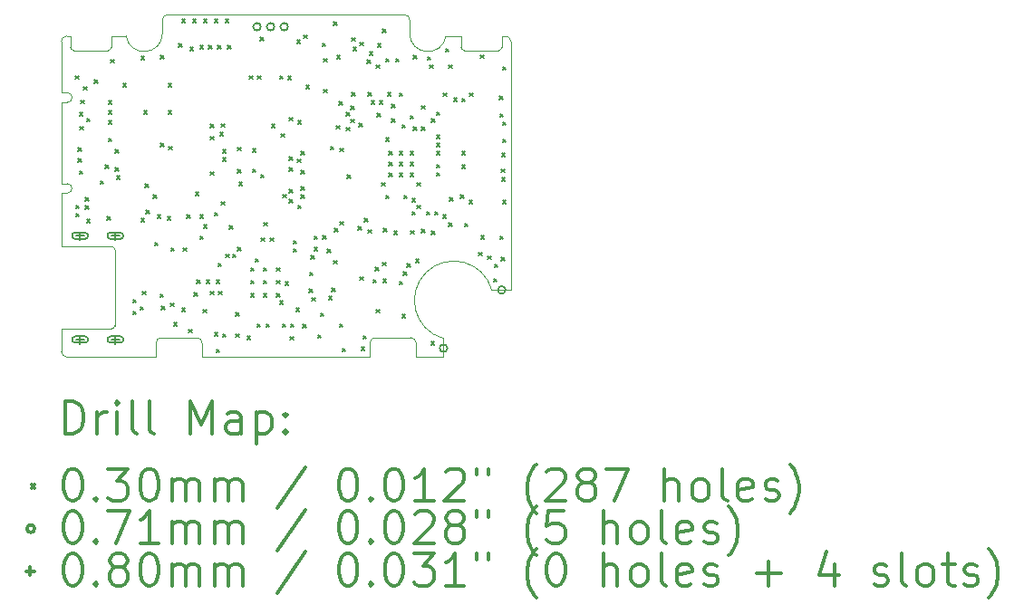
<source format=gbr>
%FSLAX45Y45*%
G04 Gerber Fmt 4.5, Leading zero omitted, Abs format (unit mm)*
G04 Created by KiCad (PCBNEW 5.1.5+dfsg1-2build2) date 2020-11-28 22:40:49*
%MOMM*%
%LPD*%
G04 APERTURE LIST*
%TA.AperFunction,Profile*%
%ADD10C,0.001000*%
%TD*%
%TA.AperFunction,Profile*%
%ADD11C,0.050000*%
%TD*%
%ADD12C,0.200000*%
%ADD13C,0.300000*%
G04 APERTURE END LIST*
D10*
X7620000Y-6090000D02*
X7620000Y-6587300D01*
X7620000Y-5240000D02*
X7620000Y-6000000D01*
X7620000Y-6090000D02*
X7675000Y-6090000D01*
X7675000Y-6090000D02*
G75*
G03X7675000Y-6000000I0J45000D01*
G01*
X7675000Y-6000000D02*
X7620000Y-6000000D01*
X7620000Y-5240000D02*
X7675000Y-5240000D01*
X7675000Y-5240000D02*
G75*
G03X7675000Y-5150000I0J45000D01*
G01*
X7675000Y-5150000D02*
X7620000Y-5150000D01*
X7620000Y-4670000D02*
X7620000Y-5150000D01*
X7670000Y-4620000D02*
G75*
G03X7620000Y-4670000I0J-50000D01*
G01*
X8226867Y-4620000D02*
X8085000Y-4620000D01*
X7705000Y-4620000D02*
X7670000Y-4620000D01*
X8226867Y-4620000D02*
G75*
G03X8565000Y-4595000I168139J25048D01*
G01*
X8565000Y-4595000D02*
X8565000Y-4470000D01*
X8615000Y-4420000D02*
G75*
G03X8565000Y-4470000I0J-50000D01*
G01*
X10825000Y-4420000D02*
X8615000Y-4420000D01*
X10875000Y-4470000D02*
G75*
G03X10825000Y-4420000I-50000J0D01*
G01*
X10875000Y-4470000D02*
X10875000Y-4595000D01*
X10875000Y-4595000D02*
G75*
G03X11213136Y-4620000I169996J48D01*
G01*
X11770000Y-4620000D02*
X11735000Y-4620000D01*
X11355000Y-4620000D02*
X11213136Y-4620000D01*
X11820000Y-4670000D02*
G75*
G03X11770000Y-4620000I-50000J0D01*
G01*
X11820000Y-6995000D02*
X11820000Y-4670000D01*
X10935000Y-7620000D02*
X11190000Y-7620000D01*
X10935000Y-7620000D02*
X10935000Y-7490000D01*
X10935000Y-7490000D02*
G75*
G03X10885000Y-7440000I-50000J0D01*
G01*
X10885000Y-7440000D02*
X10555000Y-7440000D01*
X10555000Y-7440000D02*
G75*
G03X10505000Y-7490000I0J-50000D01*
G01*
X10505000Y-7490000D02*
X10505000Y-7620000D01*
X8935000Y-7620000D02*
X10505000Y-7620000D01*
X8935000Y-7490000D02*
X8935000Y-7620000D01*
X8935000Y-7490000D02*
G75*
G03X8885000Y-7440000I-50000J0D01*
G01*
X8555000Y-7440000D02*
X8885000Y-7440000D01*
X8555000Y-7440000D02*
G75*
G03X8505000Y-7490000I0J-50000D01*
G01*
X8505000Y-7620000D02*
X8505000Y-7490000D01*
X7670000Y-7620000D02*
X8505000Y-7620000D01*
X7620000Y-7570000D02*
G75*
G03X7670000Y-7620000I50000J0D01*
G01*
X7620000Y-7357300D02*
X7620000Y-7570000D01*
X8090000Y-7357300D02*
X7620000Y-7357300D01*
X8090000Y-7357300D02*
G75*
G03X8120000Y-7327300I0J30000D01*
G01*
X8120000Y-6617300D02*
X8120000Y-7327300D01*
X8120000Y-6617300D02*
G75*
G03X8090000Y-6587300I-30000J0D01*
G01*
X7620000Y-6587300D02*
X8090000Y-6587300D01*
D11*
X11190000Y-7620000D02*
X11190000Y-7447000D01*
D10*
X11642000Y-6995000D02*
X11820000Y-6995000D01*
D11*
X11642000Y-6995000D02*
G75*
G03X11190000Y-7447000I-355000J-97000D01*
G01*
X11355000Y-4620000D02*
X11355000Y-4725000D01*
X11385000Y-4755000D02*
G75*
G02X11355000Y-4725000I0J30000D01*
G01*
X11385000Y-4755000D02*
X11705000Y-4755000D01*
X11735000Y-4725000D02*
G75*
G02X11705000Y-4755000I-30000J0D01*
G01*
X11735000Y-4725000D02*
X11735000Y-4620000D01*
X7705000Y-4620000D02*
X7705000Y-4725000D01*
X7735000Y-4755000D02*
G75*
G02X7705000Y-4725000I0J30000D01*
G01*
X7735000Y-4755000D02*
X8055000Y-4755000D01*
X8085000Y-4725000D02*
G75*
G02X8055000Y-4755000I-30000J0D01*
G01*
X8085000Y-4725000D02*
X8085000Y-4620000D01*
D12*
X7752080Y-4991100D02*
X7782560Y-5021580D01*
X7782560Y-4991100D02*
X7752080Y-5021580D01*
X7757160Y-6202680D02*
X7787640Y-6233160D01*
X7787640Y-6202680D02*
X7757160Y-6233160D01*
X7757160Y-6278880D02*
X7787640Y-6309360D01*
X7787640Y-6278880D02*
X7757160Y-6309360D01*
X7777480Y-5664200D02*
X7807960Y-5694680D01*
X7807960Y-5664200D02*
X7777480Y-5694680D01*
X7777480Y-5765800D02*
X7807960Y-5796280D01*
X7807960Y-5765800D02*
X7777480Y-5796280D01*
X7790180Y-5334000D02*
X7820660Y-5364480D01*
X7820660Y-5334000D02*
X7790180Y-5364480D01*
X7790180Y-5880100D02*
X7820660Y-5910580D01*
X7820660Y-5880100D02*
X7790180Y-5910580D01*
X7792720Y-5466080D02*
X7823200Y-5496560D01*
X7823200Y-5466080D02*
X7792720Y-5496560D01*
X7802880Y-5219700D02*
X7833360Y-5250180D01*
X7833360Y-5219700D02*
X7802880Y-5250180D01*
X7828280Y-5092700D02*
X7858760Y-5123180D01*
X7858760Y-5092700D02*
X7828280Y-5123180D01*
X7846060Y-6129020D02*
X7876540Y-6159500D01*
X7876540Y-6129020D02*
X7846060Y-6159500D01*
X7846060Y-6205220D02*
X7876540Y-6235700D01*
X7876540Y-6205220D02*
X7846060Y-6235700D01*
X7856220Y-5389880D02*
X7886700Y-5420360D01*
X7886700Y-5389880D02*
X7856220Y-5420360D01*
X7858760Y-6334760D02*
X7889240Y-6365240D01*
X7889240Y-6334760D02*
X7858760Y-6365240D01*
X7929880Y-5029200D02*
X7960360Y-5059680D01*
X7960360Y-5029200D02*
X7929880Y-5059680D01*
X7985760Y-5974080D02*
X8016240Y-6004560D01*
X8016240Y-5974080D02*
X7985760Y-6004560D01*
X8031480Y-5824220D02*
X8061960Y-5854700D01*
X8061960Y-5824220D02*
X8031480Y-5854700D01*
X8049260Y-6309360D02*
X8079740Y-6339840D01*
X8079740Y-6309360D02*
X8049260Y-6339840D01*
X8061960Y-5227320D02*
X8092440Y-5257800D01*
X8092440Y-5227320D02*
X8061960Y-5257800D01*
X8061960Y-5318760D02*
X8092440Y-5349240D01*
X8092440Y-5318760D02*
X8061960Y-5349240D01*
X8061960Y-5410200D02*
X8092440Y-5440680D01*
X8092440Y-5410200D02*
X8061960Y-5440680D01*
X8061960Y-5577840D02*
X8092440Y-5608320D01*
X8092440Y-5577840D02*
X8061960Y-5608320D01*
X8082280Y-4838700D02*
X8112760Y-4869180D01*
X8112760Y-4838700D02*
X8082280Y-4869180D01*
X8122920Y-5684520D02*
X8153400Y-5715000D01*
X8153400Y-5684520D02*
X8122920Y-5715000D01*
X8122920Y-5852160D02*
X8153400Y-5882640D01*
X8153400Y-5852160D02*
X8122920Y-5882640D01*
X8138160Y-5928360D02*
X8168640Y-5958840D01*
X8168640Y-5928360D02*
X8138160Y-5958840D01*
X8196580Y-5064760D02*
X8227060Y-5095240D01*
X8227060Y-5064760D02*
X8196580Y-5095240D01*
X8290560Y-7084060D02*
X8321040Y-7114540D01*
X8321040Y-7084060D02*
X8290560Y-7114540D01*
X8290560Y-7193280D02*
X8321040Y-7223760D01*
X8321040Y-7193280D02*
X8290560Y-7223760D01*
X8356600Y-7152640D02*
X8387080Y-7183120D01*
X8387080Y-7152640D02*
X8356600Y-7183120D01*
X8366760Y-4810760D02*
X8397240Y-4841240D01*
X8397240Y-4810760D02*
X8366760Y-4841240D01*
X8366760Y-6324600D02*
X8397240Y-6355080D01*
X8397240Y-6324600D02*
X8366760Y-6355080D01*
X8379460Y-7007860D02*
X8409940Y-7038340D01*
X8409940Y-7007860D02*
X8379460Y-7038340D01*
X8392160Y-5318760D02*
X8422640Y-5349240D01*
X8422640Y-5318760D02*
X8392160Y-5349240D01*
X8404860Y-6004560D02*
X8435340Y-6035040D01*
X8435340Y-6004560D02*
X8404860Y-6035040D01*
X8412480Y-6248400D02*
X8442960Y-6278880D01*
X8442960Y-6248400D02*
X8412480Y-6278880D01*
X8481060Y-6106160D02*
X8511540Y-6136640D01*
X8511540Y-6106160D02*
X8481060Y-6136640D01*
X8493760Y-6550660D02*
X8524240Y-6581140D01*
X8524240Y-6550660D02*
X8493760Y-6581140D01*
X8519160Y-6294120D02*
X8549640Y-6324600D01*
X8549640Y-6294120D02*
X8519160Y-6324600D01*
X8544560Y-7033260D02*
X8575040Y-7063740D01*
X8575040Y-7033260D02*
X8544560Y-7063740D01*
X8549640Y-4800600D02*
X8580120Y-4831080D01*
X8580120Y-4800600D02*
X8549640Y-4831080D01*
X8549640Y-5623560D02*
X8580120Y-5654040D01*
X8580120Y-5623560D02*
X8549640Y-5654040D01*
X8557260Y-7147560D02*
X8587740Y-7178040D01*
X8587740Y-7147560D02*
X8557260Y-7178040D01*
X8610600Y-6309360D02*
X8641080Y-6339840D01*
X8641080Y-6309360D02*
X8610600Y-6339840D01*
X8620760Y-5064760D02*
X8651240Y-5095240D01*
X8651240Y-5064760D02*
X8620760Y-5095240D01*
X8620760Y-5318760D02*
X8651240Y-5349240D01*
X8651240Y-5318760D02*
X8620760Y-5349240D01*
X8625840Y-5654040D02*
X8656320Y-5684520D01*
X8656320Y-5654040D02*
X8625840Y-5684520D01*
X8641080Y-7117080D02*
X8671560Y-7147560D01*
X8671560Y-7117080D02*
X8641080Y-7147560D01*
X8646160Y-6601460D02*
X8676640Y-6631940D01*
X8676640Y-6601460D02*
X8646160Y-6631940D01*
X8671560Y-7299960D02*
X8702040Y-7330440D01*
X8702040Y-7299960D02*
X8671560Y-7330440D01*
X8717280Y-4693920D02*
X8747760Y-4724400D01*
X8747760Y-4693920D02*
X8717280Y-4724400D01*
X8747760Y-4465320D02*
X8778240Y-4495800D01*
X8778240Y-4465320D02*
X8747760Y-4495800D01*
X8747760Y-7162800D02*
X8778240Y-7193280D01*
X8778240Y-7162800D02*
X8747760Y-7193280D01*
X8760460Y-6601460D02*
X8790940Y-6631940D01*
X8790940Y-6601460D02*
X8760460Y-6631940D01*
X8793480Y-6294120D02*
X8823960Y-6324600D01*
X8823960Y-6294120D02*
X8793480Y-6324600D01*
X8811260Y-7363460D02*
X8841740Y-7393940D01*
X8841740Y-7363460D02*
X8811260Y-7393940D01*
X8823960Y-4724400D02*
X8854440Y-4754880D01*
X8854440Y-4724400D02*
X8823960Y-4754880D01*
X8849360Y-4465320D02*
X8879840Y-4495800D01*
X8879840Y-4465320D02*
X8849360Y-4495800D01*
X8862060Y-7020560D02*
X8892540Y-7051040D01*
X8892540Y-7020560D02*
X8862060Y-7051040D01*
X8874760Y-6080760D02*
X8905240Y-6111240D01*
X8905240Y-6080760D02*
X8874760Y-6111240D01*
X8884920Y-6903720D02*
X8915400Y-6934200D01*
X8915400Y-6903720D02*
X8884920Y-6934200D01*
X8915400Y-4709160D02*
X8945880Y-4739640D01*
X8945880Y-4709160D02*
X8915400Y-4739640D01*
X8915400Y-6294120D02*
X8945880Y-6324600D01*
X8945880Y-6294120D02*
X8915400Y-6324600D01*
X8915400Y-6492240D02*
X8945880Y-6522720D01*
X8945880Y-6492240D02*
X8915400Y-6522720D01*
X8945880Y-7178040D02*
X8976360Y-7208520D01*
X8976360Y-7178040D02*
X8945880Y-7208520D01*
X8950960Y-4465320D02*
X8981440Y-4495800D01*
X8981440Y-4465320D02*
X8950960Y-4495800D01*
X8950960Y-6385560D02*
X8981440Y-6416040D01*
X8981440Y-6385560D02*
X8950960Y-6416040D01*
X8976360Y-6903720D02*
X9006840Y-6934200D01*
X9006840Y-6903720D02*
X8976360Y-6934200D01*
X8996680Y-4709160D02*
X9027160Y-4739640D01*
X9027160Y-4709160D02*
X8996680Y-4739640D01*
X9014460Y-5445760D02*
X9044940Y-5476240D01*
X9044940Y-5445760D02*
X9014460Y-5476240D01*
X9014460Y-5560060D02*
X9044940Y-5590540D01*
X9044940Y-5560060D02*
X9014460Y-5590540D01*
X9014460Y-5890260D02*
X9044940Y-5920740D01*
X9044940Y-5890260D02*
X9014460Y-5920740D01*
X9014460Y-7007860D02*
X9044940Y-7038340D01*
X9044940Y-7007860D02*
X9014460Y-7038340D01*
X9052560Y-4465320D02*
X9083040Y-4495800D01*
X9083040Y-4465320D02*
X9052560Y-4495800D01*
X9052560Y-6271260D02*
X9083040Y-6301740D01*
X9083040Y-6271260D02*
X9052560Y-6301740D01*
X9052560Y-7391400D02*
X9083040Y-7421880D01*
X9083040Y-7391400D02*
X9052560Y-7421880D01*
X9067800Y-6903720D02*
X9098280Y-6934200D01*
X9098280Y-6903720D02*
X9067800Y-6934200D01*
X9067800Y-7548880D02*
X9098280Y-7579360D01*
X9098280Y-7548880D02*
X9067800Y-7579360D01*
X9083040Y-4709160D02*
X9113520Y-4739640D01*
X9113520Y-4709160D02*
X9083040Y-4739640D01*
X9085580Y-6746240D02*
X9116060Y-6776720D01*
X9116060Y-6746240D02*
X9085580Y-6776720D01*
X9090660Y-7007860D02*
X9121140Y-7038340D01*
X9121140Y-7007860D02*
X9090660Y-7038340D01*
X9103360Y-5521960D02*
X9133840Y-5552440D01*
X9133840Y-5521960D02*
X9103360Y-5552440D01*
X9113520Y-5440680D02*
X9144000Y-5471160D01*
X9144000Y-5440680D02*
X9113520Y-5471160D01*
X9116060Y-6169660D02*
X9146540Y-6200140D01*
X9146540Y-6169660D02*
X9116060Y-6200140D01*
X9128760Y-5681980D02*
X9159240Y-5712460D01*
X9159240Y-5681980D02*
X9128760Y-5712460D01*
X9128760Y-5760720D02*
X9159240Y-5791200D01*
X9159240Y-5760720D02*
X9128760Y-5791200D01*
X9128760Y-7404100D02*
X9159240Y-7434580D01*
X9159240Y-7404100D02*
X9128760Y-7434580D01*
X9154160Y-4465320D02*
X9184640Y-4495800D01*
X9184640Y-4465320D02*
X9154160Y-4495800D01*
X9159240Y-6659880D02*
X9189720Y-6690360D01*
X9189720Y-6659880D02*
X9159240Y-6690360D01*
X9174480Y-4709160D02*
X9204960Y-4739640D01*
X9204960Y-4709160D02*
X9174480Y-4739640D01*
X9189720Y-6393180D02*
X9220200Y-6423660D01*
X9220200Y-6393180D02*
X9189720Y-6423660D01*
X9220200Y-6659880D02*
X9250680Y-6690360D01*
X9250680Y-6659880D02*
X9220200Y-6690360D01*
X9250680Y-7208520D02*
X9281160Y-7239000D01*
X9281160Y-7208520D02*
X9250680Y-7239000D01*
X9250680Y-7406640D02*
X9281160Y-7437120D01*
X9281160Y-7406640D02*
X9250680Y-7437120D01*
X9265920Y-5867400D02*
X9296400Y-5897880D01*
X9296400Y-5867400D02*
X9265920Y-5897880D01*
X9265920Y-6598920D02*
X9296400Y-6629400D01*
X9296400Y-6598920D02*
X9265920Y-6629400D01*
X9268460Y-5661660D02*
X9298940Y-5692140D01*
X9298940Y-5661660D02*
X9268460Y-5692140D01*
X9281160Y-5989320D02*
X9311640Y-6019800D01*
X9311640Y-5989320D02*
X9281160Y-6019800D01*
X9357360Y-7426960D02*
X9387840Y-7457440D01*
X9387840Y-7426960D02*
X9357360Y-7457440D01*
X9377680Y-4993640D02*
X9408160Y-5024120D01*
X9408160Y-4993640D02*
X9377680Y-5024120D01*
X9408160Y-5674360D02*
X9438640Y-5704840D01*
X9438640Y-5674360D02*
X9408160Y-5704840D01*
X9408160Y-5864860D02*
X9438640Y-5895340D01*
X9438640Y-5864860D02*
X9408160Y-5895340D01*
X9433560Y-6703060D02*
X9464040Y-6733540D01*
X9464040Y-6703060D02*
X9433560Y-6733540D01*
X9448800Y-7312660D02*
X9479280Y-7343140D01*
X9479280Y-7312660D02*
X9448800Y-7343140D01*
X9453880Y-4993640D02*
X9484360Y-5024120D01*
X9484360Y-4993640D02*
X9453880Y-5024120D01*
X9479280Y-4632960D02*
X9509760Y-4663440D01*
X9509760Y-4632960D02*
X9479280Y-4663440D01*
X9484360Y-5915660D02*
X9514840Y-5946140D01*
X9514840Y-5915660D02*
X9484360Y-5946140D01*
X9489440Y-6507480D02*
X9519920Y-6537960D01*
X9519920Y-6507480D02*
X9489440Y-6537960D01*
X9512300Y-6362700D02*
X9542780Y-6393180D01*
X9542780Y-6362700D02*
X9512300Y-6393180D01*
X9535160Y-7312660D02*
X9565640Y-7343140D01*
X9565640Y-7312660D02*
X9535160Y-7343140D01*
X9570720Y-6507480D02*
X9601200Y-6537960D01*
X9601200Y-6507480D02*
X9570720Y-6537960D01*
X9585960Y-5445760D02*
X9616440Y-5476240D01*
X9616440Y-5445760D02*
X9585960Y-5476240D01*
X9662160Y-4991100D02*
X9692640Y-5021580D01*
X9692640Y-4991100D02*
X9662160Y-5021580D01*
X9662160Y-7096760D02*
X9692640Y-7127240D01*
X9692640Y-7096760D02*
X9662160Y-7127240D01*
X9674860Y-5534660D02*
X9705340Y-5565140D01*
X9705340Y-5534660D02*
X9674860Y-5565140D01*
X9687560Y-7312660D02*
X9718040Y-7343140D01*
X9718040Y-7312660D02*
X9687560Y-7343140D01*
X9690100Y-6101080D02*
X9720580Y-6131560D01*
X9720580Y-6101080D02*
X9690100Y-6131560D01*
X9712960Y-6918960D02*
X9743440Y-6949440D01*
X9743440Y-6918960D02*
X9712960Y-6949440D01*
X9738360Y-4998720D02*
X9768840Y-5029200D01*
X9768840Y-4998720D02*
X9738360Y-5029200D01*
X9751060Y-5382260D02*
X9781540Y-5412740D01*
X9781540Y-5382260D02*
X9751060Y-5412740D01*
X9751060Y-5750560D02*
X9781540Y-5781040D01*
X9781540Y-5750560D02*
X9751060Y-5781040D01*
X9751060Y-5852160D02*
X9781540Y-5882640D01*
X9781540Y-5852160D02*
X9751060Y-5882640D01*
X9751060Y-6055360D02*
X9781540Y-6085840D01*
X9781540Y-6055360D02*
X9751060Y-6085840D01*
X9751060Y-6146800D02*
X9781540Y-6177280D01*
X9781540Y-6146800D02*
X9751060Y-6177280D01*
X9758680Y-7429500D02*
X9789160Y-7459980D01*
X9789160Y-7429500D02*
X9758680Y-7459980D01*
X9763760Y-7312660D02*
X9794240Y-7343140D01*
X9794240Y-7312660D02*
X9763760Y-7343140D01*
X9789160Y-6532880D02*
X9819640Y-6563360D01*
X9819640Y-6532880D02*
X9789160Y-6563360D01*
X9789160Y-6609080D02*
X9819640Y-6639560D01*
X9819640Y-6609080D02*
X9789160Y-6639560D01*
X9814560Y-7162800D02*
X9845040Y-7193280D01*
X9845040Y-7162800D02*
X9814560Y-7193280D01*
X9822180Y-4655820D02*
X9852660Y-4686300D01*
X9852660Y-4655820D02*
X9822180Y-4686300D01*
X9827260Y-5770880D02*
X9857740Y-5801360D01*
X9857740Y-5770880D02*
X9827260Y-5801360D01*
X9829800Y-5410200D02*
X9860280Y-5440680D01*
X9860280Y-5410200D02*
X9829800Y-5440680D01*
X9829800Y-6202680D02*
X9860280Y-6233160D01*
X9860280Y-6202680D02*
X9829800Y-6233160D01*
X9857740Y-6106160D02*
X9888220Y-6136640D01*
X9888220Y-6106160D02*
X9857740Y-6136640D01*
X9860280Y-5699760D02*
X9890760Y-5730240D01*
X9890760Y-5699760D02*
X9860280Y-5730240D01*
X9860280Y-5875020D02*
X9890760Y-5905500D01*
X9890760Y-5875020D02*
X9860280Y-5905500D01*
X9860280Y-6027420D02*
X9890760Y-6057900D01*
X9890760Y-6027420D02*
X9860280Y-6057900D01*
X9875520Y-7315200D02*
X9906000Y-7345680D01*
X9906000Y-7315200D02*
X9875520Y-7345680D01*
X9883140Y-4610100D02*
X9913620Y-4640580D01*
X9913620Y-4610100D02*
X9883140Y-4640580D01*
X9906000Y-5082540D02*
X9936480Y-5113020D01*
X9936480Y-5082540D02*
X9906000Y-5113020D01*
X9936480Y-6987540D02*
X9966960Y-7018020D01*
X9966960Y-6987540D02*
X9936480Y-7018020D01*
X9939020Y-6830060D02*
X9969500Y-6860540D01*
X9969500Y-6830060D02*
X9939020Y-6860540D01*
X9951720Y-6675120D02*
X9982200Y-6705600D01*
X9982200Y-6675120D02*
X9951720Y-6705600D01*
X9959340Y-7066280D02*
X9989820Y-7096760D01*
X9989820Y-7066280D02*
X9959340Y-7096760D01*
X9982200Y-6492240D02*
X10012680Y-6522720D01*
X10012680Y-6492240D02*
X9982200Y-6522720D01*
X9982200Y-6598920D02*
X10012680Y-6629400D01*
X10012680Y-6598920D02*
X9982200Y-6629400D01*
X10017760Y-7414260D02*
X10048240Y-7444740D01*
X10048240Y-7414260D02*
X10017760Y-7444740D01*
X10043160Y-7211060D02*
X10073640Y-7241540D01*
X10073640Y-7211060D02*
X10043160Y-7241540D01*
X10058400Y-4686300D02*
X10088880Y-4716780D01*
X10088880Y-4686300D02*
X10058400Y-4716780D01*
X10060940Y-6487160D02*
X10091420Y-6517640D01*
X10091420Y-6487160D02*
X10060940Y-6517640D01*
X10073640Y-4831080D02*
X10104120Y-4861560D01*
X10104120Y-4831080D02*
X10073640Y-4861560D01*
X10073640Y-5120640D02*
X10104120Y-5151120D01*
X10104120Y-5120640D02*
X10073640Y-5151120D01*
X10104120Y-6614160D02*
X10134600Y-6644640D01*
X10134600Y-6614160D02*
X10104120Y-6644640D01*
X10119360Y-7056120D02*
X10149840Y-7086600D01*
X10149840Y-7056120D02*
X10119360Y-7086600D01*
X10134600Y-5654040D02*
X10165080Y-5684520D01*
X10165080Y-5654040D02*
X10134600Y-5684520D01*
X10149840Y-6979920D02*
X10180320Y-7010400D01*
X10180320Y-6979920D02*
X10149840Y-7010400D01*
X10165080Y-4488180D02*
X10195560Y-4518660D01*
X10195560Y-4488180D02*
X10165080Y-4518660D01*
X10165080Y-6720840D02*
X10195560Y-6751320D01*
X10195560Y-6720840D02*
X10165080Y-6751320D01*
X10172700Y-6418580D02*
X10203180Y-6449060D01*
X10203180Y-6418580D02*
X10172700Y-6449060D01*
X10190480Y-5458460D02*
X10220960Y-5488940D01*
X10220960Y-5458460D02*
X10190480Y-5488940D01*
X10195560Y-4800600D02*
X10226040Y-4831080D01*
X10226040Y-4800600D02*
X10195560Y-4831080D01*
X10213340Y-5232400D02*
X10243820Y-5262880D01*
X10243820Y-5232400D02*
X10213340Y-5262880D01*
X10220960Y-7312660D02*
X10251440Y-7343140D01*
X10251440Y-7312660D02*
X10220960Y-7343140D01*
X10223500Y-6355080D02*
X10253980Y-6385560D01*
X10253980Y-6355080D02*
X10223500Y-6385560D01*
X10226040Y-5669280D02*
X10256520Y-5699760D01*
X10256520Y-5669280D02*
X10226040Y-5699760D01*
X10246360Y-7541260D02*
X10276840Y-7571740D01*
X10276840Y-7541260D02*
X10246360Y-7571740D01*
X10281920Y-5336540D02*
X10312400Y-5367020D01*
X10312400Y-5336540D02*
X10281920Y-5367020D01*
X10281920Y-5473700D02*
X10312400Y-5504180D01*
X10312400Y-5473700D02*
X10281920Y-5504180D01*
X10289540Y-5918200D02*
X10320020Y-5948680D01*
X10320020Y-5918200D02*
X10289540Y-5948680D01*
X10327640Y-5275580D02*
X10358120Y-5306060D01*
X10358120Y-5275580D02*
X10327640Y-5306060D01*
X10327640Y-5397500D02*
X10358120Y-5427980D01*
X10358120Y-5397500D02*
X10327640Y-5427980D01*
X10332720Y-4635500D02*
X10363200Y-4665980D01*
X10363200Y-4635500D02*
X10332720Y-4665980D01*
X10332720Y-5151120D02*
X10363200Y-5181600D01*
X10363200Y-5151120D02*
X10332720Y-5181600D01*
X10347960Y-4724400D02*
X10378440Y-4754880D01*
X10378440Y-4724400D02*
X10347960Y-4754880D01*
X10393680Y-6400800D02*
X10424160Y-6431280D01*
X10424160Y-6400800D02*
X10393680Y-6431280D01*
X10403840Y-5438140D02*
X10434320Y-5468620D01*
X10434320Y-5438140D02*
X10403840Y-5468620D01*
X10408920Y-4678680D02*
X10439400Y-4709160D01*
X10439400Y-4678680D02*
X10408920Y-4709160D01*
X10408920Y-6873240D02*
X10439400Y-6903720D01*
X10439400Y-6873240D02*
X10408920Y-6903720D01*
X10424160Y-7528560D02*
X10454640Y-7559040D01*
X10454640Y-7528560D02*
X10424160Y-7559040D01*
X10439400Y-7421880D02*
X10469880Y-7452360D01*
X10469880Y-7421880D02*
X10439400Y-7452360D01*
X10454640Y-6324600D02*
X10485120Y-6355080D01*
X10485120Y-6324600D02*
X10454640Y-6355080D01*
X10477500Y-4846320D02*
X10507980Y-4876800D01*
X10507980Y-4846320D02*
X10477500Y-4876800D01*
X10485120Y-5151120D02*
X10515600Y-5181600D01*
X10515600Y-5151120D02*
X10485120Y-5181600D01*
X10485120Y-6431280D02*
X10515600Y-6461760D01*
X10515600Y-6431280D02*
X10485120Y-6461760D01*
X10500360Y-4770120D02*
X10530840Y-4800600D01*
X10530840Y-4770120D02*
X10500360Y-4800600D01*
X10515600Y-5227320D02*
X10546080Y-5257800D01*
X10546080Y-5227320D02*
X10515600Y-5257800D01*
X10533380Y-6896100D02*
X10563860Y-6926580D01*
X10563860Y-6896100D02*
X10533380Y-6926580D01*
X10556240Y-6781800D02*
X10586720Y-6812280D01*
X10586720Y-6781800D02*
X10556240Y-6812280D01*
X10561320Y-4892040D02*
X10591800Y-4922520D01*
X10591800Y-4892040D02*
X10561320Y-4922520D01*
X10561320Y-7178040D02*
X10591800Y-7208520D01*
X10591800Y-7178040D02*
X10561320Y-7208520D01*
X10568940Y-5344160D02*
X10599420Y-5374640D01*
X10599420Y-5344160D02*
X10568940Y-5374640D01*
X10576560Y-4693920D02*
X10607040Y-4724400D01*
X10607040Y-4693920D02*
X10576560Y-4724400D01*
X10591800Y-5227320D02*
X10622280Y-5257800D01*
X10622280Y-5227320D02*
X10591800Y-5257800D01*
X10614660Y-5991860D02*
X10645140Y-6022340D01*
X10645140Y-5991860D02*
X10614660Y-6022340D01*
X10622280Y-4556760D02*
X10652760Y-4587240D01*
X10652760Y-4556760D02*
X10622280Y-4587240D01*
X10622280Y-6736080D02*
X10652760Y-6766560D01*
X10652760Y-6736080D02*
X10622280Y-6766560D01*
X10627360Y-6893560D02*
X10657840Y-6924040D01*
X10657840Y-6893560D02*
X10627360Y-6924040D01*
X10632440Y-6418580D02*
X10662920Y-6449060D01*
X10662920Y-6418580D02*
X10632440Y-6449060D01*
X10652760Y-4831080D02*
X10683240Y-4861560D01*
X10683240Y-4831080D02*
X10652760Y-4861560D01*
X10652760Y-5572760D02*
X10683240Y-5603240D01*
X10683240Y-5572760D02*
X10652760Y-5603240D01*
X10652760Y-6111240D02*
X10683240Y-6141720D01*
X10683240Y-6111240D02*
X10652760Y-6141720D01*
X10668000Y-5151120D02*
X10698480Y-5181600D01*
X10698480Y-5151120D02*
X10668000Y-5181600D01*
X10706100Y-5257800D02*
X10736580Y-5288280D01*
X10736580Y-5257800D02*
X10706100Y-5288280D01*
X10706100Y-5394960D02*
X10736580Y-5425440D01*
X10736580Y-5394960D02*
X10706100Y-5425440D01*
X10728960Y-6446520D02*
X10759440Y-6477000D01*
X10759440Y-6446520D02*
X10728960Y-6477000D01*
X10744200Y-4831080D02*
X10774680Y-4861560D01*
X10774680Y-4831080D02*
X10744200Y-4861560D01*
X10777220Y-5153660D02*
X10807700Y-5184140D01*
X10807700Y-5153660D02*
X10777220Y-5184140D01*
X10779760Y-6913880D02*
X10810240Y-6944360D01*
X10810240Y-6913880D02*
X10779760Y-6944360D01*
X10805160Y-5448300D02*
X10835640Y-5478780D01*
X10835640Y-5448300D02*
X10805160Y-5478780D01*
X10805160Y-7223760D02*
X10835640Y-7254240D01*
X10835640Y-7223760D02*
X10805160Y-7254240D01*
X10817860Y-6827520D02*
X10848340Y-6858000D01*
X10848340Y-6827520D02*
X10817860Y-6858000D01*
X10820400Y-6111240D02*
X10850880Y-6141720D01*
X10850880Y-6111240D02*
X10820400Y-6141720D01*
X10850880Y-6751320D02*
X10881360Y-6781800D01*
X10881360Y-6751320D02*
X10850880Y-6781800D01*
X10881360Y-5364480D02*
X10911840Y-5394960D01*
X10911840Y-5364480D02*
X10881360Y-5394960D01*
X10886440Y-6438900D02*
X10916920Y-6469380D01*
X10916920Y-6438900D02*
X10886440Y-6469380D01*
X10896600Y-6141720D02*
X10927080Y-6172200D01*
X10927080Y-6141720D02*
X10896600Y-6172200D01*
X10896600Y-6263640D02*
X10927080Y-6294120D01*
X10927080Y-6263640D02*
X10896600Y-6294120D01*
X10911840Y-4800600D02*
X10942320Y-4831080D01*
X10942320Y-4800600D02*
X10911840Y-4831080D01*
X10911840Y-5471160D02*
X10942320Y-5501640D01*
X10942320Y-5471160D02*
X10911840Y-5501640D01*
X10929620Y-6708140D02*
X10960100Y-6738620D01*
X10960100Y-6708140D02*
X10929620Y-6738620D01*
X10942320Y-6202680D02*
X10972800Y-6233160D01*
X10972800Y-6202680D02*
X10942320Y-6233160D01*
X10944860Y-5991860D02*
X10975340Y-6022340D01*
X10975340Y-5991860D02*
X10944860Y-6022340D01*
X10988040Y-5273040D02*
X11018520Y-5303520D01*
X11018520Y-5273040D02*
X10988040Y-5303520D01*
X10988040Y-5471160D02*
X11018520Y-5501640D01*
X11018520Y-5471160D02*
X10988040Y-5501640D01*
X10988040Y-6426200D02*
X11018520Y-6456680D01*
X11018520Y-6426200D02*
X10988040Y-6456680D01*
X11033760Y-6263640D02*
X11064240Y-6294120D01*
X11064240Y-6263640D02*
X11033760Y-6294120D01*
X11041380Y-4815840D02*
X11071860Y-4846320D01*
X11071860Y-4815840D02*
X11041380Y-4846320D01*
X11064240Y-4892040D02*
X11094720Y-4922520D01*
X11094720Y-4892040D02*
X11064240Y-4922520D01*
X11074400Y-7477760D02*
X11104880Y-7508240D01*
X11104880Y-7477760D02*
X11074400Y-7508240D01*
X11079480Y-5394960D02*
X11109960Y-5425440D01*
X11109960Y-5394960D02*
X11079480Y-5425440D01*
X11079480Y-6446520D02*
X11109960Y-6477000D01*
X11109960Y-6446520D02*
X11079480Y-6477000D01*
X11109960Y-6263640D02*
X11140440Y-6294120D01*
X11140440Y-6263640D02*
X11109960Y-6294120D01*
X11125200Y-5331460D02*
X11155680Y-5361940D01*
X11155680Y-5331460D02*
X11125200Y-5361940D01*
X11125200Y-5547360D02*
X11155680Y-5577840D01*
X11155680Y-5547360D02*
X11125200Y-5577840D01*
X11125200Y-5623560D02*
X11155680Y-5654040D01*
X11155680Y-5623560D02*
X11125200Y-5654040D01*
X11125200Y-5699760D02*
X11155680Y-5730240D01*
X11155680Y-5699760D02*
X11125200Y-5730240D01*
X11125200Y-5821680D02*
X11155680Y-5852160D01*
X11155680Y-5821680D02*
X11125200Y-5852160D01*
X11125200Y-5897880D02*
X11155680Y-5928360D01*
X11155680Y-5897880D02*
X11125200Y-5928360D01*
X11186160Y-6294120D02*
X11216640Y-6324600D01*
X11216640Y-6294120D02*
X11186160Y-6324600D01*
X11191240Y-5153660D02*
X11221720Y-5184140D01*
X11221720Y-5153660D02*
X11191240Y-5184140D01*
X11209020Y-4739640D02*
X11239500Y-4770120D01*
X11239500Y-4739640D02*
X11209020Y-4770120D01*
X11239500Y-4892040D02*
X11269980Y-4922520D01*
X11269980Y-4892040D02*
X11239500Y-4922520D01*
X11239500Y-6370320D02*
X11269980Y-6400800D01*
X11269980Y-6370320D02*
X11239500Y-6400800D01*
X11249660Y-6131560D02*
X11280140Y-6162040D01*
X11280140Y-6131560D02*
X11249660Y-6162040D01*
X11287760Y-5199380D02*
X11318240Y-5229860D01*
X11318240Y-5199380D02*
X11287760Y-5229860D01*
X11351260Y-6106160D02*
X11381740Y-6136640D01*
X11381740Y-6106160D02*
X11351260Y-6136640D01*
X11363960Y-5204460D02*
X11394440Y-5234940D01*
X11394440Y-5204460D02*
X11363960Y-5234940D01*
X11363960Y-5699760D02*
X11394440Y-5730240D01*
X11394440Y-5699760D02*
X11363960Y-5730240D01*
X11363960Y-5826760D02*
X11394440Y-5857240D01*
X11394440Y-5826760D02*
X11363960Y-5857240D01*
X11389360Y-6372860D02*
X11419840Y-6403340D01*
X11419840Y-6372860D02*
X11389360Y-6403340D01*
X11430000Y-6156960D02*
X11460480Y-6187440D01*
X11460480Y-6156960D02*
X11430000Y-6187440D01*
X11435080Y-5153660D02*
X11465560Y-5184140D01*
X11465560Y-5153660D02*
X11435080Y-5184140D01*
X11521440Y-6644640D02*
X11551920Y-6675120D01*
X11551920Y-6644640D02*
X11521440Y-6675120D01*
X11534140Y-4798060D02*
X11564620Y-4828540D01*
X11564620Y-4798060D02*
X11534140Y-4828540D01*
X11541760Y-6487160D02*
X11572240Y-6517640D01*
X11572240Y-6487160D02*
X11541760Y-6517640D01*
X11605260Y-6677660D02*
X11635740Y-6708140D01*
X11635740Y-6677660D02*
X11605260Y-6708140D01*
X11658600Y-6888480D02*
X11689080Y-6918960D01*
X11689080Y-6888480D02*
X11658600Y-6918960D01*
X11668760Y-6753860D02*
X11699240Y-6784340D01*
X11699240Y-6753860D02*
X11668760Y-6784340D01*
X11714480Y-5181600D02*
X11744960Y-5212080D01*
X11744960Y-5181600D02*
X11714480Y-5212080D01*
X11719560Y-5349240D02*
X11750040Y-5379720D01*
X11750040Y-5349240D02*
X11719560Y-5379720D01*
X11719560Y-6492240D02*
X11750040Y-6522720D01*
X11750040Y-6492240D02*
X11719560Y-6522720D01*
X11732260Y-5864860D02*
X11762740Y-5895340D01*
X11762740Y-5864860D02*
X11732260Y-5895340D01*
X11732260Y-6690360D02*
X11762740Y-6720840D01*
X11762740Y-6690360D02*
X11732260Y-6720840D01*
X11734800Y-5715000D02*
X11765280Y-5745480D01*
X11765280Y-5715000D02*
X11734800Y-5745480D01*
X11734800Y-5943600D02*
X11765280Y-5974080D01*
X11765280Y-5943600D02*
X11734800Y-5974080D01*
X11742420Y-4907280D02*
X11772900Y-4937760D01*
X11772900Y-4907280D02*
X11742420Y-4937760D01*
X11744960Y-5425440D02*
X11775440Y-5455920D01*
X11775440Y-5425440D02*
X11744960Y-5455920D01*
X11744960Y-5585460D02*
X11775440Y-5615940D01*
X11775440Y-5585460D02*
X11744960Y-5615940D01*
X11744960Y-6156960D02*
X11775440Y-6187440D01*
X11775440Y-6156960D02*
X11744960Y-6187440D01*
X10679760Y-5701360D02*
X10710240Y-5731840D01*
X10710240Y-5701360D02*
X10679760Y-5731840D01*
X10679760Y-5801360D02*
X10710240Y-5831840D01*
X10710240Y-5801360D02*
X10679760Y-5831840D01*
X10679760Y-5901360D02*
X10710240Y-5931840D01*
X10710240Y-5901360D02*
X10679760Y-5931840D01*
X10779760Y-5701360D02*
X10810240Y-5731840D01*
X10810240Y-5701360D02*
X10779760Y-5731840D01*
X10779760Y-5801360D02*
X10810240Y-5831840D01*
X10810240Y-5801360D02*
X10779760Y-5831840D01*
X10779760Y-5901360D02*
X10810240Y-5931840D01*
X10810240Y-5901360D02*
X10779760Y-5931840D01*
X10879760Y-5701360D02*
X10910240Y-5731840D01*
X10910240Y-5701360D02*
X10879760Y-5731840D01*
X10879760Y-5801360D02*
X10910240Y-5831840D01*
X10910240Y-5801360D02*
X10879760Y-5831840D01*
X10879760Y-5901360D02*
X10910240Y-5931840D01*
X10910240Y-5901360D02*
X10879760Y-5931840D01*
X9389760Y-6786260D02*
X9420240Y-6816740D01*
X9420240Y-6786260D02*
X9389760Y-6816740D01*
X9389760Y-6906260D02*
X9420240Y-6936740D01*
X9420240Y-6906260D02*
X9389760Y-6936740D01*
X9389760Y-7026260D02*
X9420240Y-7056740D01*
X9420240Y-7026260D02*
X9389760Y-7056740D01*
X9509760Y-6786260D02*
X9540240Y-6816740D01*
X9540240Y-6786260D02*
X9509760Y-6816740D01*
X9509760Y-6906260D02*
X9540240Y-6936740D01*
X9540240Y-6906260D02*
X9509760Y-6936740D01*
X9509760Y-7026260D02*
X9540240Y-7056740D01*
X9540240Y-7026260D02*
X9509760Y-7056740D01*
X9629760Y-6786260D02*
X9660240Y-6816740D01*
X9660240Y-6786260D02*
X9629760Y-6816740D01*
X9629760Y-6906260D02*
X9660240Y-6936740D01*
X9660240Y-6906260D02*
X9629760Y-6936740D01*
X9629760Y-7026260D02*
X9660240Y-7056740D01*
X9660240Y-7026260D02*
X9629760Y-7056740D01*
X11225560Y-7538720D02*
G75*
G03X11225560Y-7538720I-35560J0D01*
G01*
X11770360Y-6995000D02*
G75*
G03X11770360Y-6995000I-35560J0D01*
G01*
X9484360Y-4533900D02*
G75*
G03X9484360Y-4533900I-35560J0D01*
G01*
X9611360Y-4533900D02*
G75*
G03X9611360Y-4533900I-35560J0D01*
G01*
X9738360Y-4533900D02*
G75*
G03X9738360Y-4533900I-35560J0D01*
G01*
X7795000Y-6447300D02*
X7795000Y-6527300D01*
X7755000Y-6487300D02*
X7835000Y-6487300D01*
X7840000Y-6457300D02*
X7750000Y-6457300D01*
X7840000Y-6517300D02*
X7750000Y-6517300D01*
X7750000Y-6457300D02*
G75*
G03X7750000Y-6517300I0J-30000D01*
G01*
X7840000Y-6517300D02*
G75*
G03X7840000Y-6457300I0J30000D01*
G01*
X7795000Y-7417300D02*
X7795000Y-7497300D01*
X7755000Y-7457300D02*
X7835000Y-7457300D01*
X7840000Y-7427300D02*
X7750000Y-7427300D01*
X7840000Y-7487300D02*
X7750000Y-7487300D01*
X7750000Y-7427300D02*
G75*
G03X7750000Y-7487300I0J-30000D01*
G01*
X7840000Y-7487300D02*
G75*
G03X7840000Y-7427300I0J30000D01*
G01*
X8125000Y-6447300D02*
X8125000Y-6527300D01*
X8085000Y-6487300D02*
X8165000Y-6487300D01*
X8170000Y-6457300D02*
X8080000Y-6457300D01*
X8170000Y-6517300D02*
X8080000Y-6517300D01*
X8080000Y-6457300D02*
G75*
G03X8080000Y-6517300I0J-30000D01*
G01*
X8170000Y-6517300D02*
G75*
G03X8170000Y-6457300I0J30000D01*
G01*
X8125000Y-7417300D02*
X8125000Y-7497300D01*
X8085000Y-7457300D02*
X8165000Y-7457300D01*
X8170000Y-7427300D02*
X8080000Y-7427300D01*
X8170000Y-7487300D02*
X8080000Y-7487300D01*
X8080000Y-7427300D02*
G75*
G03X8080000Y-7487300I0J-30000D01*
G01*
X8170000Y-7487300D02*
G75*
G03X8170000Y-7427300I0J30000D01*
G01*
D13*
X7656428Y-8335714D02*
X7656428Y-8035714D01*
X7727857Y-8035714D01*
X7770714Y-8050000D01*
X7799286Y-8078571D01*
X7813571Y-8107143D01*
X7827857Y-8164286D01*
X7827857Y-8207143D01*
X7813571Y-8264286D01*
X7799286Y-8292857D01*
X7770714Y-8321428D01*
X7727857Y-8335714D01*
X7656428Y-8335714D01*
X7956428Y-8335714D02*
X7956428Y-8135714D01*
X7956428Y-8192857D02*
X7970714Y-8164286D01*
X7985000Y-8150000D01*
X8013571Y-8135714D01*
X8042143Y-8135714D01*
X8142143Y-8335714D02*
X8142143Y-8135714D01*
X8142143Y-8035714D02*
X8127857Y-8050000D01*
X8142143Y-8064286D01*
X8156428Y-8050000D01*
X8142143Y-8035714D01*
X8142143Y-8064286D01*
X8327857Y-8335714D02*
X8299286Y-8321428D01*
X8285000Y-8292857D01*
X8285000Y-8035714D01*
X8485000Y-8335714D02*
X8456429Y-8321428D01*
X8442143Y-8292857D01*
X8442143Y-8035714D01*
X8827857Y-8335714D02*
X8827857Y-8035714D01*
X8927857Y-8250000D01*
X9027857Y-8035714D01*
X9027857Y-8335714D01*
X9299286Y-8335714D02*
X9299286Y-8178571D01*
X9285000Y-8150000D01*
X9256429Y-8135714D01*
X9199286Y-8135714D01*
X9170714Y-8150000D01*
X9299286Y-8321428D02*
X9270714Y-8335714D01*
X9199286Y-8335714D01*
X9170714Y-8321428D01*
X9156429Y-8292857D01*
X9156429Y-8264286D01*
X9170714Y-8235714D01*
X9199286Y-8221428D01*
X9270714Y-8221428D01*
X9299286Y-8207143D01*
X9442143Y-8135714D02*
X9442143Y-8435714D01*
X9442143Y-8150000D02*
X9470714Y-8135714D01*
X9527857Y-8135714D01*
X9556429Y-8150000D01*
X9570714Y-8164286D01*
X9585000Y-8192857D01*
X9585000Y-8278571D01*
X9570714Y-8307143D01*
X9556429Y-8321428D01*
X9527857Y-8335714D01*
X9470714Y-8335714D01*
X9442143Y-8321428D01*
X9713571Y-8307143D02*
X9727857Y-8321428D01*
X9713571Y-8335714D01*
X9699286Y-8321428D01*
X9713571Y-8307143D01*
X9713571Y-8335714D01*
X9713571Y-8150000D02*
X9727857Y-8164286D01*
X9713571Y-8178571D01*
X9699286Y-8164286D01*
X9713571Y-8150000D01*
X9713571Y-8178571D01*
X7339520Y-8814760D02*
X7370000Y-8845240D01*
X7370000Y-8814760D02*
X7339520Y-8845240D01*
X7713571Y-8665714D02*
X7742143Y-8665714D01*
X7770714Y-8680000D01*
X7785000Y-8694286D01*
X7799286Y-8722857D01*
X7813571Y-8780000D01*
X7813571Y-8851429D01*
X7799286Y-8908571D01*
X7785000Y-8937143D01*
X7770714Y-8951429D01*
X7742143Y-8965714D01*
X7713571Y-8965714D01*
X7685000Y-8951429D01*
X7670714Y-8937143D01*
X7656428Y-8908571D01*
X7642143Y-8851429D01*
X7642143Y-8780000D01*
X7656428Y-8722857D01*
X7670714Y-8694286D01*
X7685000Y-8680000D01*
X7713571Y-8665714D01*
X7942143Y-8937143D02*
X7956428Y-8951429D01*
X7942143Y-8965714D01*
X7927857Y-8951429D01*
X7942143Y-8937143D01*
X7942143Y-8965714D01*
X8056428Y-8665714D02*
X8242143Y-8665714D01*
X8142143Y-8780000D01*
X8185000Y-8780000D01*
X8213571Y-8794286D01*
X8227857Y-8808571D01*
X8242143Y-8837143D01*
X8242143Y-8908571D01*
X8227857Y-8937143D01*
X8213571Y-8951429D01*
X8185000Y-8965714D01*
X8099286Y-8965714D01*
X8070714Y-8951429D01*
X8056428Y-8937143D01*
X8427857Y-8665714D02*
X8456429Y-8665714D01*
X8485000Y-8680000D01*
X8499286Y-8694286D01*
X8513571Y-8722857D01*
X8527857Y-8780000D01*
X8527857Y-8851429D01*
X8513571Y-8908571D01*
X8499286Y-8937143D01*
X8485000Y-8951429D01*
X8456429Y-8965714D01*
X8427857Y-8965714D01*
X8399286Y-8951429D01*
X8385000Y-8937143D01*
X8370714Y-8908571D01*
X8356428Y-8851429D01*
X8356428Y-8780000D01*
X8370714Y-8722857D01*
X8385000Y-8694286D01*
X8399286Y-8680000D01*
X8427857Y-8665714D01*
X8656429Y-8965714D02*
X8656429Y-8765714D01*
X8656429Y-8794286D02*
X8670714Y-8780000D01*
X8699286Y-8765714D01*
X8742143Y-8765714D01*
X8770714Y-8780000D01*
X8785000Y-8808571D01*
X8785000Y-8965714D01*
X8785000Y-8808571D02*
X8799286Y-8780000D01*
X8827857Y-8765714D01*
X8870714Y-8765714D01*
X8899286Y-8780000D01*
X8913571Y-8808571D01*
X8913571Y-8965714D01*
X9056429Y-8965714D02*
X9056429Y-8765714D01*
X9056429Y-8794286D02*
X9070714Y-8780000D01*
X9099286Y-8765714D01*
X9142143Y-8765714D01*
X9170714Y-8780000D01*
X9185000Y-8808571D01*
X9185000Y-8965714D01*
X9185000Y-8808571D02*
X9199286Y-8780000D01*
X9227857Y-8765714D01*
X9270714Y-8765714D01*
X9299286Y-8780000D01*
X9313571Y-8808571D01*
X9313571Y-8965714D01*
X9899286Y-8651429D02*
X9642143Y-9037143D01*
X10285000Y-8665714D02*
X10313571Y-8665714D01*
X10342143Y-8680000D01*
X10356429Y-8694286D01*
X10370714Y-8722857D01*
X10385000Y-8780000D01*
X10385000Y-8851429D01*
X10370714Y-8908571D01*
X10356429Y-8937143D01*
X10342143Y-8951429D01*
X10313571Y-8965714D01*
X10285000Y-8965714D01*
X10256429Y-8951429D01*
X10242143Y-8937143D01*
X10227857Y-8908571D01*
X10213571Y-8851429D01*
X10213571Y-8780000D01*
X10227857Y-8722857D01*
X10242143Y-8694286D01*
X10256429Y-8680000D01*
X10285000Y-8665714D01*
X10513571Y-8937143D02*
X10527857Y-8951429D01*
X10513571Y-8965714D01*
X10499286Y-8951429D01*
X10513571Y-8937143D01*
X10513571Y-8965714D01*
X10713571Y-8665714D02*
X10742143Y-8665714D01*
X10770714Y-8680000D01*
X10785000Y-8694286D01*
X10799286Y-8722857D01*
X10813571Y-8780000D01*
X10813571Y-8851429D01*
X10799286Y-8908571D01*
X10785000Y-8937143D01*
X10770714Y-8951429D01*
X10742143Y-8965714D01*
X10713571Y-8965714D01*
X10685000Y-8951429D01*
X10670714Y-8937143D01*
X10656429Y-8908571D01*
X10642143Y-8851429D01*
X10642143Y-8780000D01*
X10656429Y-8722857D01*
X10670714Y-8694286D01*
X10685000Y-8680000D01*
X10713571Y-8665714D01*
X11099286Y-8965714D02*
X10927857Y-8965714D01*
X11013571Y-8965714D02*
X11013571Y-8665714D01*
X10985000Y-8708571D01*
X10956429Y-8737143D01*
X10927857Y-8751429D01*
X11213571Y-8694286D02*
X11227857Y-8680000D01*
X11256428Y-8665714D01*
X11327857Y-8665714D01*
X11356428Y-8680000D01*
X11370714Y-8694286D01*
X11385000Y-8722857D01*
X11385000Y-8751429D01*
X11370714Y-8794286D01*
X11199286Y-8965714D01*
X11385000Y-8965714D01*
X11499286Y-8665714D02*
X11499286Y-8722857D01*
X11613571Y-8665714D02*
X11613571Y-8722857D01*
X12056428Y-9080000D02*
X12042143Y-9065714D01*
X12013571Y-9022857D01*
X11999286Y-8994286D01*
X11985000Y-8951429D01*
X11970714Y-8880000D01*
X11970714Y-8822857D01*
X11985000Y-8751429D01*
X11999286Y-8708571D01*
X12013571Y-8680000D01*
X12042143Y-8637143D01*
X12056428Y-8622857D01*
X12156428Y-8694286D02*
X12170714Y-8680000D01*
X12199286Y-8665714D01*
X12270714Y-8665714D01*
X12299286Y-8680000D01*
X12313571Y-8694286D01*
X12327857Y-8722857D01*
X12327857Y-8751429D01*
X12313571Y-8794286D01*
X12142143Y-8965714D01*
X12327857Y-8965714D01*
X12499286Y-8794286D02*
X12470714Y-8780000D01*
X12456428Y-8765714D01*
X12442143Y-8737143D01*
X12442143Y-8722857D01*
X12456428Y-8694286D01*
X12470714Y-8680000D01*
X12499286Y-8665714D01*
X12556428Y-8665714D01*
X12585000Y-8680000D01*
X12599286Y-8694286D01*
X12613571Y-8722857D01*
X12613571Y-8737143D01*
X12599286Y-8765714D01*
X12585000Y-8780000D01*
X12556428Y-8794286D01*
X12499286Y-8794286D01*
X12470714Y-8808571D01*
X12456428Y-8822857D01*
X12442143Y-8851429D01*
X12442143Y-8908571D01*
X12456428Y-8937143D01*
X12470714Y-8951429D01*
X12499286Y-8965714D01*
X12556428Y-8965714D01*
X12585000Y-8951429D01*
X12599286Y-8937143D01*
X12613571Y-8908571D01*
X12613571Y-8851429D01*
X12599286Y-8822857D01*
X12585000Y-8808571D01*
X12556428Y-8794286D01*
X12713571Y-8665714D02*
X12913571Y-8665714D01*
X12785000Y-8965714D01*
X13256428Y-8965714D02*
X13256428Y-8665714D01*
X13385000Y-8965714D02*
X13385000Y-8808571D01*
X13370714Y-8780000D01*
X13342143Y-8765714D01*
X13299286Y-8765714D01*
X13270714Y-8780000D01*
X13256428Y-8794286D01*
X13570714Y-8965714D02*
X13542143Y-8951429D01*
X13527857Y-8937143D01*
X13513571Y-8908571D01*
X13513571Y-8822857D01*
X13527857Y-8794286D01*
X13542143Y-8780000D01*
X13570714Y-8765714D01*
X13613571Y-8765714D01*
X13642143Y-8780000D01*
X13656428Y-8794286D01*
X13670714Y-8822857D01*
X13670714Y-8908571D01*
X13656428Y-8937143D01*
X13642143Y-8951429D01*
X13613571Y-8965714D01*
X13570714Y-8965714D01*
X13842143Y-8965714D02*
X13813571Y-8951429D01*
X13799286Y-8922857D01*
X13799286Y-8665714D01*
X14070714Y-8951429D02*
X14042143Y-8965714D01*
X13985000Y-8965714D01*
X13956428Y-8951429D01*
X13942143Y-8922857D01*
X13942143Y-8808571D01*
X13956428Y-8780000D01*
X13985000Y-8765714D01*
X14042143Y-8765714D01*
X14070714Y-8780000D01*
X14085000Y-8808571D01*
X14085000Y-8837143D01*
X13942143Y-8865714D01*
X14199286Y-8951429D02*
X14227857Y-8965714D01*
X14285000Y-8965714D01*
X14313571Y-8951429D01*
X14327857Y-8922857D01*
X14327857Y-8908571D01*
X14313571Y-8880000D01*
X14285000Y-8865714D01*
X14242143Y-8865714D01*
X14213571Y-8851429D01*
X14199286Y-8822857D01*
X14199286Y-8808571D01*
X14213571Y-8780000D01*
X14242143Y-8765714D01*
X14285000Y-8765714D01*
X14313571Y-8780000D01*
X14427857Y-9080000D02*
X14442143Y-9065714D01*
X14470714Y-9022857D01*
X14485000Y-8994286D01*
X14499286Y-8951429D01*
X14513571Y-8880000D01*
X14513571Y-8822857D01*
X14499286Y-8751429D01*
X14485000Y-8708571D01*
X14470714Y-8680000D01*
X14442143Y-8637143D01*
X14427857Y-8622857D01*
X7370000Y-9226000D02*
G75*
G03X7370000Y-9226000I-35560J0D01*
G01*
X7713571Y-9061714D02*
X7742143Y-9061714D01*
X7770714Y-9076000D01*
X7785000Y-9090286D01*
X7799286Y-9118857D01*
X7813571Y-9176000D01*
X7813571Y-9247429D01*
X7799286Y-9304571D01*
X7785000Y-9333143D01*
X7770714Y-9347429D01*
X7742143Y-9361714D01*
X7713571Y-9361714D01*
X7685000Y-9347429D01*
X7670714Y-9333143D01*
X7656428Y-9304571D01*
X7642143Y-9247429D01*
X7642143Y-9176000D01*
X7656428Y-9118857D01*
X7670714Y-9090286D01*
X7685000Y-9076000D01*
X7713571Y-9061714D01*
X7942143Y-9333143D02*
X7956428Y-9347429D01*
X7942143Y-9361714D01*
X7927857Y-9347429D01*
X7942143Y-9333143D01*
X7942143Y-9361714D01*
X8056428Y-9061714D02*
X8256428Y-9061714D01*
X8127857Y-9361714D01*
X8527857Y-9361714D02*
X8356428Y-9361714D01*
X8442143Y-9361714D02*
X8442143Y-9061714D01*
X8413571Y-9104571D01*
X8385000Y-9133143D01*
X8356428Y-9147429D01*
X8656429Y-9361714D02*
X8656429Y-9161714D01*
X8656429Y-9190286D02*
X8670714Y-9176000D01*
X8699286Y-9161714D01*
X8742143Y-9161714D01*
X8770714Y-9176000D01*
X8785000Y-9204571D01*
X8785000Y-9361714D01*
X8785000Y-9204571D02*
X8799286Y-9176000D01*
X8827857Y-9161714D01*
X8870714Y-9161714D01*
X8899286Y-9176000D01*
X8913571Y-9204571D01*
X8913571Y-9361714D01*
X9056429Y-9361714D02*
X9056429Y-9161714D01*
X9056429Y-9190286D02*
X9070714Y-9176000D01*
X9099286Y-9161714D01*
X9142143Y-9161714D01*
X9170714Y-9176000D01*
X9185000Y-9204571D01*
X9185000Y-9361714D01*
X9185000Y-9204571D02*
X9199286Y-9176000D01*
X9227857Y-9161714D01*
X9270714Y-9161714D01*
X9299286Y-9176000D01*
X9313571Y-9204571D01*
X9313571Y-9361714D01*
X9899286Y-9047429D02*
X9642143Y-9433143D01*
X10285000Y-9061714D02*
X10313571Y-9061714D01*
X10342143Y-9076000D01*
X10356429Y-9090286D01*
X10370714Y-9118857D01*
X10385000Y-9176000D01*
X10385000Y-9247429D01*
X10370714Y-9304571D01*
X10356429Y-9333143D01*
X10342143Y-9347429D01*
X10313571Y-9361714D01*
X10285000Y-9361714D01*
X10256429Y-9347429D01*
X10242143Y-9333143D01*
X10227857Y-9304571D01*
X10213571Y-9247429D01*
X10213571Y-9176000D01*
X10227857Y-9118857D01*
X10242143Y-9090286D01*
X10256429Y-9076000D01*
X10285000Y-9061714D01*
X10513571Y-9333143D02*
X10527857Y-9347429D01*
X10513571Y-9361714D01*
X10499286Y-9347429D01*
X10513571Y-9333143D01*
X10513571Y-9361714D01*
X10713571Y-9061714D02*
X10742143Y-9061714D01*
X10770714Y-9076000D01*
X10785000Y-9090286D01*
X10799286Y-9118857D01*
X10813571Y-9176000D01*
X10813571Y-9247429D01*
X10799286Y-9304571D01*
X10785000Y-9333143D01*
X10770714Y-9347429D01*
X10742143Y-9361714D01*
X10713571Y-9361714D01*
X10685000Y-9347429D01*
X10670714Y-9333143D01*
X10656429Y-9304571D01*
X10642143Y-9247429D01*
X10642143Y-9176000D01*
X10656429Y-9118857D01*
X10670714Y-9090286D01*
X10685000Y-9076000D01*
X10713571Y-9061714D01*
X10927857Y-9090286D02*
X10942143Y-9076000D01*
X10970714Y-9061714D01*
X11042143Y-9061714D01*
X11070714Y-9076000D01*
X11085000Y-9090286D01*
X11099286Y-9118857D01*
X11099286Y-9147429D01*
X11085000Y-9190286D01*
X10913571Y-9361714D01*
X11099286Y-9361714D01*
X11270714Y-9190286D02*
X11242143Y-9176000D01*
X11227857Y-9161714D01*
X11213571Y-9133143D01*
X11213571Y-9118857D01*
X11227857Y-9090286D01*
X11242143Y-9076000D01*
X11270714Y-9061714D01*
X11327857Y-9061714D01*
X11356428Y-9076000D01*
X11370714Y-9090286D01*
X11385000Y-9118857D01*
X11385000Y-9133143D01*
X11370714Y-9161714D01*
X11356428Y-9176000D01*
X11327857Y-9190286D01*
X11270714Y-9190286D01*
X11242143Y-9204571D01*
X11227857Y-9218857D01*
X11213571Y-9247429D01*
X11213571Y-9304571D01*
X11227857Y-9333143D01*
X11242143Y-9347429D01*
X11270714Y-9361714D01*
X11327857Y-9361714D01*
X11356428Y-9347429D01*
X11370714Y-9333143D01*
X11385000Y-9304571D01*
X11385000Y-9247429D01*
X11370714Y-9218857D01*
X11356428Y-9204571D01*
X11327857Y-9190286D01*
X11499286Y-9061714D02*
X11499286Y-9118857D01*
X11613571Y-9061714D02*
X11613571Y-9118857D01*
X12056428Y-9476000D02*
X12042143Y-9461714D01*
X12013571Y-9418857D01*
X11999286Y-9390286D01*
X11985000Y-9347429D01*
X11970714Y-9276000D01*
X11970714Y-9218857D01*
X11985000Y-9147429D01*
X11999286Y-9104571D01*
X12013571Y-9076000D01*
X12042143Y-9033143D01*
X12056428Y-9018857D01*
X12313571Y-9061714D02*
X12170714Y-9061714D01*
X12156428Y-9204571D01*
X12170714Y-9190286D01*
X12199286Y-9176000D01*
X12270714Y-9176000D01*
X12299286Y-9190286D01*
X12313571Y-9204571D01*
X12327857Y-9233143D01*
X12327857Y-9304571D01*
X12313571Y-9333143D01*
X12299286Y-9347429D01*
X12270714Y-9361714D01*
X12199286Y-9361714D01*
X12170714Y-9347429D01*
X12156428Y-9333143D01*
X12685000Y-9361714D02*
X12685000Y-9061714D01*
X12813571Y-9361714D02*
X12813571Y-9204571D01*
X12799286Y-9176000D01*
X12770714Y-9161714D01*
X12727857Y-9161714D01*
X12699286Y-9176000D01*
X12685000Y-9190286D01*
X12999286Y-9361714D02*
X12970714Y-9347429D01*
X12956428Y-9333143D01*
X12942143Y-9304571D01*
X12942143Y-9218857D01*
X12956428Y-9190286D01*
X12970714Y-9176000D01*
X12999286Y-9161714D01*
X13042143Y-9161714D01*
X13070714Y-9176000D01*
X13085000Y-9190286D01*
X13099286Y-9218857D01*
X13099286Y-9304571D01*
X13085000Y-9333143D01*
X13070714Y-9347429D01*
X13042143Y-9361714D01*
X12999286Y-9361714D01*
X13270714Y-9361714D02*
X13242143Y-9347429D01*
X13227857Y-9318857D01*
X13227857Y-9061714D01*
X13499286Y-9347429D02*
X13470714Y-9361714D01*
X13413571Y-9361714D01*
X13385000Y-9347429D01*
X13370714Y-9318857D01*
X13370714Y-9204571D01*
X13385000Y-9176000D01*
X13413571Y-9161714D01*
X13470714Y-9161714D01*
X13499286Y-9176000D01*
X13513571Y-9204571D01*
X13513571Y-9233143D01*
X13370714Y-9261714D01*
X13627857Y-9347429D02*
X13656428Y-9361714D01*
X13713571Y-9361714D01*
X13742143Y-9347429D01*
X13756428Y-9318857D01*
X13756428Y-9304571D01*
X13742143Y-9276000D01*
X13713571Y-9261714D01*
X13670714Y-9261714D01*
X13642143Y-9247429D01*
X13627857Y-9218857D01*
X13627857Y-9204571D01*
X13642143Y-9176000D01*
X13670714Y-9161714D01*
X13713571Y-9161714D01*
X13742143Y-9176000D01*
X13856428Y-9476000D02*
X13870714Y-9461714D01*
X13899286Y-9418857D01*
X13913571Y-9390286D01*
X13927857Y-9347429D01*
X13942143Y-9276000D01*
X13942143Y-9218857D01*
X13927857Y-9147429D01*
X13913571Y-9104571D01*
X13899286Y-9076000D01*
X13870714Y-9033143D01*
X13856428Y-9018857D01*
X7330000Y-9582000D02*
X7330000Y-9662000D01*
X7290000Y-9622000D02*
X7370000Y-9622000D01*
X7713571Y-9457714D02*
X7742143Y-9457714D01*
X7770714Y-9472000D01*
X7785000Y-9486286D01*
X7799286Y-9514857D01*
X7813571Y-9572000D01*
X7813571Y-9643429D01*
X7799286Y-9700571D01*
X7785000Y-9729143D01*
X7770714Y-9743429D01*
X7742143Y-9757714D01*
X7713571Y-9757714D01*
X7685000Y-9743429D01*
X7670714Y-9729143D01*
X7656428Y-9700571D01*
X7642143Y-9643429D01*
X7642143Y-9572000D01*
X7656428Y-9514857D01*
X7670714Y-9486286D01*
X7685000Y-9472000D01*
X7713571Y-9457714D01*
X7942143Y-9729143D02*
X7956428Y-9743429D01*
X7942143Y-9757714D01*
X7927857Y-9743429D01*
X7942143Y-9729143D01*
X7942143Y-9757714D01*
X8127857Y-9586286D02*
X8099286Y-9572000D01*
X8085000Y-9557714D01*
X8070714Y-9529143D01*
X8070714Y-9514857D01*
X8085000Y-9486286D01*
X8099286Y-9472000D01*
X8127857Y-9457714D01*
X8185000Y-9457714D01*
X8213571Y-9472000D01*
X8227857Y-9486286D01*
X8242143Y-9514857D01*
X8242143Y-9529143D01*
X8227857Y-9557714D01*
X8213571Y-9572000D01*
X8185000Y-9586286D01*
X8127857Y-9586286D01*
X8099286Y-9600571D01*
X8085000Y-9614857D01*
X8070714Y-9643429D01*
X8070714Y-9700571D01*
X8085000Y-9729143D01*
X8099286Y-9743429D01*
X8127857Y-9757714D01*
X8185000Y-9757714D01*
X8213571Y-9743429D01*
X8227857Y-9729143D01*
X8242143Y-9700571D01*
X8242143Y-9643429D01*
X8227857Y-9614857D01*
X8213571Y-9600571D01*
X8185000Y-9586286D01*
X8427857Y-9457714D02*
X8456429Y-9457714D01*
X8485000Y-9472000D01*
X8499286Y-9486286D01*
X8513571Y-9514857D01*
X8527857Y-9572000D01*
X8527857Y-9643429D01*
X8513571Y-9700571D01*
X8499286Y-9729143D01*
X8485000Y-9743429D01*
X8456429Y-9757714D01*
X8427857Y-9757714D01*
X8399286Y-9743429D01*
X8385000Y-9729143D01*
X8370714Y-9700571D01*
X8356428Y-9643429D01*
X8356428Y-9572000D01*
X8370714Y-9514857D01*
X8385000Y-9486286D01*
X8399286Y-9472000D01*
X8427857Y-9457714D01*
X8656429Y-9757714D02*
X8656429Y-9557714D01*
X8656429Y-9586286D02*
X8670714Y-9572000D01*
X8699286Y-9557714D01*
X8742143Y-9557714D01*
X8770714Y-9572000D01*
X8785000Y-9600571D01*
X8785000Y-9757714D01*
X8785000Y-9600571D02*
X8799286Y-9572000D01*
X8827857Y-9557714D01*
X8870714Y-9557714D01*
X8899286Y-9572000D01*
X8913571Y-9600571D01*
X8913571Y-9757714D01*
X9056429Y-9757714D02*
X9056429Y-9557714D01*
X9056429Y-9586286D02*
X9070714Y-9572000D01*
X9099286Y-9557714D01*
X9142143Y-9557714D01*
X9170714Y-9572000D01*
X9185000Y-9600571D01*
X9185000Y-9757714D01*
X9185000Y-9600571D02*
X9199286Y-9572000D01*
X9227857Y-9557714D01*
X9270714Y-9557714D01*
X9299286Y-9572000D01*
X9313571Y-9600571D01*
X9313571Y-9757714D01*
X9899286Y-9443429D02*
X9642143Y-9829143D01*
X10285000Y-9457714D02*
X10313571Y-9457714D01*
X10342143Y-9472000D01*
X10356429Y-9486286D01*
X10370714Y-9514857D01*
X10385000Y-9572000D01*
X10385000Y-9643429D01*
X10370714Y-9700571D01*
X10356429Y-9729143D01*
X10342143Y-9743429D01*
X10313571Y-9757714D01*
X10285000Y-9757714D01*
X10256429Y-9743429D01*
X10242143Y-9729143D01*
X10227857Y-9700571D01*
X10213571Y-9643429D01*
X10213571Y-9572000D01*
X10227857Y-9514857D01*
X10242143Y-9486286D01*
X10256429Y-9472000D01*
X10285000Y-9457714D01*
X10513571Y-9729143D02*
X10527857Y-9743429D01*
X10513571Y-9757714D01*
X10499286Y-9743429D01*
X10513571Y-9729143D01*
X10513571Y-9757714D01*
X10713571Y-9457714D02*
X10742143Y-9457714D01*
X10770714Y-9472000D01*
X10785000Y-9486286D01*
X10799286Y-9514857D01*
X10813571Y-9572000D01*
X10813571Y-9643429D01*
X10799286Y-9700571D01*
X10785000Y-9729143D01*
X10770714Y-9743429D01*
X10742143Y-9757714D01*
X10713571Y-9757714D01*
X10685000Y-9743429D01*
X10670714Y-9729143D01*
X10656429Y-9700571D01*
X10642143Y-9643429D01*
X10642143Y-9572000D01*
X10656429Y-9514857D01*
X10670714Y-9486286D01*
X10685000Y-9472000D01*
X10713571Y-9457714D01*
X10913571Y-9457714D02*
X11099286Y-9457714D01*
X10999286Y-9572000D01*
X11042143Y-9572000D01*
X11070714Y-9586286D01*
X11085000Y-9600571D01*
X11099286Y-9629143D01*
X11099286Y-9700571D01*
X11085000Y-9729143D01*
X11070714Y-9743429D01*
X11042143Y-9757714D01*
X10956429Y-9757714D01*
X10927857Y-9743429D01*
X10913571Y-9729143D01*
X11385000Y-9757714D02*
X11213571Y-9757714D01*
X11299286Y-9757714D02*
X11299286Y-9457714D01*
X11270714Y-9500571D01*
X11242143Y-9529143D01*
X11213571Y-9543429D01*
X11499286Y-9457714D02*
X11499286Y-9514857D01*
X11613571Y-9457714D02*
X11613571Y-9514857D01*
X12056428Y-9872000D02*
X12042143Y-9857714D01*
X12013571Y-9814857D01*
X11999286Y-9786286D01*
X11985000Y-9743429D01*
X11970714Y-9672000D01*
X11970714Y-9614857D01*
X11985000Y-9543429D01*
X11999286Y-9500571D01*
X12013571Y-9472000D01*
X12042143Y-9429143D01*
X12056428Y-9414857D01*
X12227857Y-9457714D02*
X12256428Y-9457714D01*
X12285000Y-9472000D01*
X12299286Y-9486286D01*
X12313571Y-9514857D01*
X12327857Y-9572000D01*
X12327857Y-9643429D01*
X12313571Y-9700571D01*
X12299286Y-9729143D01*
X12285000Y-9743429D01*
X12256428Y-9757714D01*
X12227857Y-9757714D01*
X12199286Y-9743429D01*
X12185000Y-9729143D01*
X12170714Y-9700571D01*
X12156428Y-9643429D01*
X12156428Y-9572000D01*
X12170714Y-9514857D01*
X12185000Y-9486286D01*
X12199286Y-9472000D01*
X12227857Y-9457714D01*
X12685000Y-9757714D02*
X12685000Y-9457714D01*
X12813571Y-9757714D02*
X12813571Y-9600571D01*
X12799286Y-9572000D01*
X12770714Y-9557714D01*
X12727857Y-9557714D01*
X12699286Y-9572000D01*
X12685000Y-9586286D01*
X12999286Y-9757714D02*
X12970714Y-9743429D01*
X12956428Y-9729143D01*
X12942143Y-9700571D01*
X12942143Y-9614857D01*
X12956428Y-9586286D01*
X12970714Y-9572000D01*
X12999286Y-9557714D01*
X13042143Y-9557714D01*
X13070714Y-9572000D01*
X13085000Y-9586286D01*
X13099286Y-9614857D01*
X13099286Y-9700571D01*
X13085000Y-9729143D01*
X13070714Y-9743429D01*
X13042143Y-9757714D01*
X12999286Y-9757714D01*
X13270714Y-9757714D02*
X13242143Y-9743429D01*
X13227857Y-9714857D01*
X13227857Y-9457714D01*
X13499286Y-9743429D02*
X13470714Y-9757714D01*
X13413571Y-9757714D01*
X13385000Y-9743429D01*
X13370714Y-9714857D01*
X13370714Y-9600571D01*
X13385000Y-9572000D01*
X13413571Y-9557714D01*
X13470714Y-9557714D01*
X13499286Y-9572000D01*
X13513571Y-9600571D01*
X13513571Y-9629143D01*
X13370714Y-9657714D01*
X13627857Y-9743429D02*
X13656428Y-9757714D01*
X13713571Y-9757714D01*
X13742143Y-9743429D01*
X13756428Y-9714857D01*
X13756428Y-9700571D01*
X13742143Y-9672000D01*
X13713571Y-9657714D01*
X13670714Y-9657714D01*
X13642143Y-9643429D01*
X13627857Y-9614857D01*
X13627857Y-9600571D01*
X13642143Y-9572000D01*
X13670714Y-9557714D01*
X13713571Y-9557714D01*
X13742143Y-9572000D01*
X14113571Y-9643429D02*
X14342143Y-9643429D01*
X14227857Y-9757714D02*
X14227857Y-9529143D01*
X14842143Y-9557714D02*
X14842143Y-9757714D01*
X14770714Y-9443429D02*
X14699286Y-9657714D01*
X14885000Y-9657714D01*
X15213571Y-9743429D02*
X15242143Y-9757714D01*
X15299286Y-9757714D01*
X15327857Y-9743429D01*
X15342143Y-9714857D01*
X15342143Y-9700571D01*
X15327857Y-9672000D01*
X15299286Y-9657714D01*
X15256428Y-9657714D01*
X15227857Y-9643429D01*
X15213571Y-9614857D01*
X15213571Y-9600571D01*
X15227857Y-9572000D01*
X15256428Y-9557714D01*
X15299286Y-9557714D01*
X15327857Y-9572000D01*
X15513571Y-9757714D02*
X15485000Y-9743429D01*
X15470714Y-9714857D01*
X15470714Y-9457714D01*
X15670714Y-9757714D02*
X15642143Y-9743429D01*
X15627857Y-9729143D01*
X15613571Y-9700571D01*
X15613571Y-9614857D01*
X15627857Y-9586286D01*
X15642143Y-9572000D01*
X15670714Y-9557714D01*
X15713571Y-9557714D01*
X15742143Y-9572000D01*
X15756428Y-9586286D01*
X15770714Y-9614857D01*
X15770714Y-9700571D01*
X15756428Y-9729143D01*
X15742143Y-9743429D01*
X15713571Y-9757714D01*
X15670714Y-9757714D01*
X15856428Y-9557714D02*
X15970714Y-9557714D01*
X15899286Y-9457714D02*
X15899286Y-9714857D01*
X15913571Y-9743429D01*
X15942143Y-9757714D01*
X15970714Y-9757714D01*
X16056428Y-9743429D02*
X16085000Y-9757714D01*
X16142143Y-9757714D01*
X16170714Y-9743429D01*
X16185000Y-9714857D01*
X16185000Y-9700571D01*
X16170714Y-9672000D01*
X16142143Y-9657714D01*
X16099286Y-9657714D01*
X16070714Y-9643429D01*
X16056428Y-9614857D01*
X16056428Y-9600571D01*
X16070714Y-9572000D01*
X16099286Y-9557714D01*
X16142143Y-9557714D01*
X16170714Y-9572000D01*
X16285000Y-9872000D02*
X16299286Y-9857714D01*
X16327857Y-9814857D01*
X16342143Y-9786286D01*
X16356428Y-9743429D01*
X16370714Y-9672000D01*
X16370714Y-9614857D01*
X16356428Y-9543429D01*
X16342143Y-9500571D01*
X16327857Y-9472000D01*
X16299286Y-9429143D01*
X16285000Y-9414857D01*
M02*

</source>
